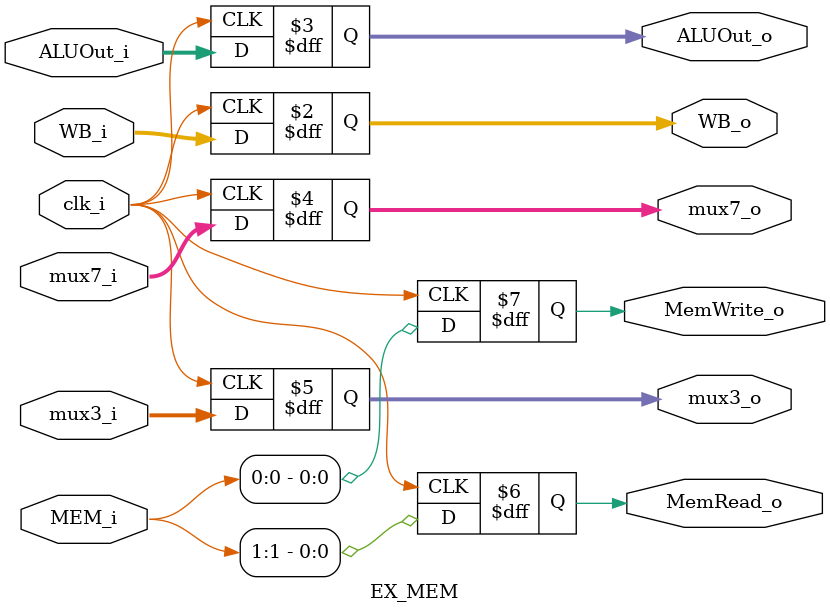
<source format=v>
module EX_MEM(
	clk_i,
	WB_i,
	ALUOut_i,
	mux7_i,
	mux3_i,
	MEM_i,
	WB_o,
	ALUOut_o,
	mux7_o,
	mux3_o,
	MemRead_o,
	MemWrite_o
);

input			clk_i;
// MemToReg_i, RegWrite_i => WB_i    ;    MemRead_i, MemWrite_i, => MEM_i
input	[1:0]	WB_i, MEM_i;	
// mux7_i = RT (Forwarding or not)
input	[31:0]	ALUOut_i, mux7_i;
//	registerRD(5)
input	[4:0]	mux3_i;

output reg	[1:0]	WB_o;
output reg	[31:0]	ALUOut_o, mux7_o;
output reg	[4:0]	mux3_o;
output reg			MemRead_o, MemWrite_o;

//assign	WB_o = WB_i;
//assign	ALUOut_o = ALUOut_i;
//assign	mux7_o = mux7_i;
//assign	mux3_o = mux3_i;
//assign	MemRead_o = MEM_i[1];
//assign	MemWrite_o = MEM_i[0];

always@( negedge clk_i ) begin
	WB_o <= WB_i;
	ALUOut_o <= ALUOut_i;
	mux7_o <= mux7_i;
	mux3_o <= mux3_i;
	MemRead_o <= MEM_i[1];
	MemWrite_o <= MEM_i[0];
end

endmodule

</source>
